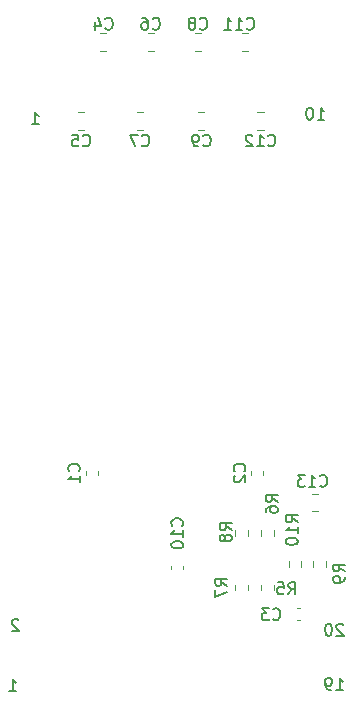
<source format=gbr>
%TF.GenerationSoftware,KiCad,Pcbnew,7.0.9*%
%TF.CreationDate,2024-02-15T22:31:25-05:00*%
%TF.ProjectId,pbm_driver4,70626d5f-6472-4697-9665-72342e6b6963,rev?*%
%TF.SameCoordinates,PX2625a0PY53ec60*%
%TF.FileFunction,Legend,Bot*%
%TF.FilePolarity,Positive*%
%FSLAX46Y46*%
G04 Gerber Fmt 4.6, Leading zero omitted, Abs format (unit mm)*
G04 Created by KiCad (PCBNEW 7.0.9) date 2024-02-15 22:31:25*
%MOMM*%
%LPD*%
G01*
G04 APERTURE LIST*
%ADD10C,0.150000*%
%ADD11C,0.120000*%
G04 APERTURE END LIST*
D10*
X27139411Y56430180D02*
X27710839Y56430180D01*
X27425125Y56430180D02*
X27425125Y57430180D01*
X27425125Y57430180D02*
X27520363Y57287323D01*
X27520363Y57287323D02*
X27615601Y57192085D01*
X27615601Y57192085D02*
X27710839Y57144466D01*
X26520363Y57430180D02*
X26425125Y57430180D01*
X26425125Y57430180D02*
X26329887Y57382561D01*
X26329887Y57382561D02*
X26282268Y57334942D01*
X26282268Y57334942D02*
X26234649Y57239704D01*
X26234649Y57239704D02*
X26187030Y57049228D01*
X26187030Y57049228D02*
X26187030Y56811133D01*
X26187030Y56811133D02*
X26234649Y56620657D01*
X26234649Y56620657D02*
X26282268Y56525419D01*
X26282268Y56525419D02*
X26329887Y56477800D01*
X26329887Y56477800D02*
X26425125Y56430180D01*
X26425125Y56430180D02*
X26520363Y56430180D01*
X26520363Y56430180D02*
X26615601Y56477800D01*
X26615601Y56477800D02*
X26663220Y56525419D01*
X26663220Y56525419D02*
X26710839Y56620657D01*
X26710839Y56620657D02*
X26758458Y56811133D01*
X26758458Y56811133D02*
X26758458Y57049228D01*
X26758458Y57049228D02*
X26710839Y57239704D01*
X26710839Y57239704D02*
X26663220Y57334942D01*
X26663220Y57334942D02*
X26615601Y57382561D01*
X26615601Y57382561D02*
X26520363Y57430180D01*
X2939411Y56030180D02*
X3510839Y56030180D01*
X3225125Y56030180D02*
X3225125Y57030180D01*
X3225125Y57030180D02*
X3320363Y56887323D01*
X3320363Y56887323D02*
X3415601Y56792085D01*
X3415601Y56792085D02*
X3510839Y56744466D01*
X29310839Y13634942D02*
X29263220Y13682561D01*
X29263220Y13682561D02*
X29167982Y13730180D01*
X29167982Y13730180D02*
X28929887Y13730180D01*
X28929887Y13730180D02*
X28834649Y13682561D01*
X28834649Y13682561D02*
X28787030Y13634942D01*
X28787030Y13634942D02*
X28739411Y13539704D01*
X28739411Y13539704D02*
X28739411Y13444466D01*
X28739411Y13444466D02*
X28787030Y13301609D01*
X28787030Y13301609D02*
X29358458Y12730180D01*
X29358458Y12730180D02*
X28739411Y12730180D01*
X28120363Y13730180D02*
X28025125Y13730180D01*
X28025125Y13730180D02*
X27929887Y13682561D01*
X27929887Y13682561D02*
X27882268Y13634942D01*
X27882268Y13634942D02*
X27834649Y13539704D01*
X27834649Y13539704D02*
X27787030Y13349228D01*
X27787030Y13349228D02*
X27787030Y13111133D01*
X27787030Y13111133D02*
X27834649Y12920657D01*
X27834649Y12920657D02*
X27882268Y12825419D01*
X27882268Y12825419D02*
X27929887Y12777800D01*
X27929887Y12777800D02*
X28025125Y12730180D01*
X28025125Y12730180D02*
X28120363Y12730180D01*
X28120363Y12730180D02*
X28215601Y12777800D01*
X28215601Y12777800D02*
X28263220Y12825419D01*
X28263220Y12825419D02*
X28310839Y12920657D01*
X28310839Y12920657D02*
X28358458Y13111133D01*
X28358458Y13111133D02*
X28358458Y13349228D01*
X28358458Y13349228D02*
X28310839Y13539704D01*
X28310839Y13539704D02*
X28263220Y13634942D01*
X28263220Y13634942D02*
X28215601Y13682561D01*
X28215601Y13682561D02*
X28120363Y13730180D01*
X28739411Y8130180D02*
X29310839Y8130180D01*
X29025125Y8130180D02*
X29025125Y9130180D01*
X29025125Y9130180D02*
X29120363Y8987323D01*
X29120363Y8987323D02*
X29215601Y8892085D01*
X29215601Y8892085D02*
X29310839Y8844466D01*
X28263220Y8130180D02*
X28072744Y8130180D01*
X28072744Y8130180D02*
X27977506Y8177800D01*
X27977506Y8177800D02*
X27929887Y8225419D01*
X27929887Y8225419D02*
X27834649Y8368276D01*
X27834649Y8368276D02*
X27787030Y8558752D01*
X27787030Y8558752D02*
X27787030Y8939704D01*
X27787030Y8939704D02*
X27834649Y9034942D01*
X27834649Y9034942D02*
X27882268Y9082561D01*
X27882268Y9082561D02*
X27977506Y9130180D01*
X27977506Y9130180D02*
X28167982Y9130180D01*
X28167982Y9130180D02*
X28263220Y9082561D01*
X28263220Y9082561D02*
X28310839Y9034942D01*
X28310839Y9034942D02*
X28358458Y8939704D01*
X28358458Y8939704D02*
X28358458Y8701609D01*
X28358458Y8701609D02*
X28310839Y8606371D01*
X28310839Y8606371D02*
X28263220Y8558752D01*
X28263220Y8558752D02*
X28167982Y8511133D01*
X28167982Y8511133D02*
X27977506Y8511133D01*
X27977506Y8511133D02*
X27882268Y8558752D01*
X27882268Y8558752D02*
X27834649Y8606371D01*
X27834649Y8606371D02*
X27787030Y8701609D01*
X1810839Y14034942D02*
X1763220Y14082561D01*
X1763220Y14082561D02*
X1667982Y14130180D01*
X1667982Y14130180D02*
X1429887Y14130180D01*
X1429887Y14130180D02*
X1334649Y14082561D01*
X1334649Y14082561D02*
X1287030Y14034942D01*
X1287030Y14034942D02*
X1239411Y13939704D01*
X1239411Y13939704D02*
X1239411Y13844466D01*
X1239411Y13844466D02*
X1287030Y13701609D01*
X1287030Y13701609D02*
X1858458Y13130180D01*
X1858458Y13130180D02*
X1239411Y13130180D01*
X1039411Y8030180D02*
X1610839Y8030180D01*
X1325125Y8030180D02*
X1325125Y9030180D01*
X1325125Y9030180D02*
X1420363Y8887323D01*
X1420363Y8887323D02*
X1515601Y8792085D01*
X1515601Y8792085D02*
X1610839Y8744466D01*
X25454819Y22342857D02*
X24978628Y22676190D01*
X25454819Y22914285D02*
X24454819Y22914285D01*
X24454819Y22914285D02*
X24454819Y22533333D01*
X24454819Y22533333D02*
X24502438Y22438095D01*
X24502438Y22438095D02*
X24550057Y22390476D01*
X24550057Y22390476D02*
X24645295Y22342857D01*
X24645295Y22342857D02*
X24788152Y22342857D01*
X24788152Y22342857D02*
X24883390Y22390476D01*
X24883390Y22390476D02*
X24931009Y22438095D01*
X24931009Y22438095D02*
X24978628Y22533333D01*
X24978628Y22533333D02*
X24978628Y22914285D01*
X25454819Y21390476D02*
X25454819Y21961904D01*
X25454819Y21676190D02*
X24454819Y21676190D01*
X24454819Y21676190D02*
X24597676Y21771428D01*
X24597676Y21771428D02*
X24692914Y21866666D01*
X24692914Y21866666D02*
X24740533Y21961904D01*
X24454819Y20771428D02*
X24454819Y20676190D01*
X24454819Y20676190D02*
X24502438Y20580952D01*
X24502438Y20580952D02*
X24550057Y20533333D01*
X24550057Y20533333D02*
X24645295Y20485714D01*
X24645295Y20485714D02*
X24835771Y20438095D01*
X24835771Y20438095D02*
X25073866Y20438095D01*
X25073866Y20438095D02*
X25264342Y20485714D01*
X25264342Y20485714D02*
X25359580Y20533333D01*
X25359580Y20533333D02*
X25407200Y20580952D01*
X25407200Y20580952D02*
X25454819Y20676190D01*
X25454819Y20676190D02*
X25454819Y20771428D01*
X25454819Y20771428D02*
X25407200Y20866666D01*
X25407200Y20866666D02*
X25359580Y20914285D01*
X25359580Y20914285D02*
X25264342Y20961904D01*
X25264342Y20961904D02*
X25073866Y21009523D01*
X25073866Y21009523D02*
X24835771Y21009523D01*
X24835771Y21009523D02*
X24645295Y20961904D01*
X24645295Y20961904D02*
X24550057Y20914285D01*
X24550057Y20914285D02*
X24502438Y20866666D01*
X24502438Y20866666D02*
X24454819Y20771428D01*
X29454819Y18166666D02*
X28978628Y18499999D01*
X29454819Y18738094D02*
X28454819Y18738094D01*
X28454819Y18738094D02*
X28454819Y18357142D01*
X28454819Y18357142D02*
X28502438Y18261904D01*
X28502438Y18261904D02*
X28550057Y18214285D01*
X28550057Y18214285D02*
X28645295Y18166666D01*
X28645295Y18166666D02*
X28788152Y18166666D01*
X28788152Y18166666D02*
X28883390Y18214285D01*
X28883390Y18214285D02*
X28931009Y18261904D01*
X28931009Y18261904D02*
X28978628Y18357142D01*
X28978628Y18357142D02*
X28978628Y18738094D01*
X29454819Y17690475D02*
X29454819Y17499999D01*
X29454819Y17499999D02*
X29407200Y17404761D01*
X29407200Y17404761D02*
X29359580Y17357142D01*
X29359580Y17357142D02*
X29216723Y17261904D01*
X29216723Y17261904D02*
X29026247Y17214285D01*
X29026247Y17214285D02*
X28645295Y17214285D01*
X28645295Y17214285D02*
X28550057Y17261904D01*
X28550057Y17261904D02*
X28502438Y17309523D01*
X28502438Y17309523D02*
X28454819Y17404761D01*
X28454819Y17404761D02*
X28454819Y17595237D01*
X28454819Y17595237D02*
X28502438Y17690475D01*
X28502438Y17690475D02*
X28550057Y17738094D01*
X28550057Y17738094D02*
X28645295Y17785713D01*
X28645295Y17785713D02*
X28883390Y17785713D01*
X28883390Y17785713D02*
X28978628Y17738094D01*
X28978628Y17738094D02*
X29026247Y17690475D01*
X29026247Y17690475D02*
X29073866Y17595237D01*
X29073866Y17595237D02*
X29073866Y17404761D01*
X29073866Y17404761D02*
X29026247Y17309523D01*
X29026247Y17309523D02*
X28978628Y17261904D01*
X28978628Y17261904D02*
X28883390Y17214285D01*
X19854819Y21666666D02*
X19378628Y21999999D01*
X19854819Y22238094D02*
X18854819Y22238094D01*
X18854819Y22238094D02*
X18854819Y21857142D01*
X18854819Y21857142D02*
X18902438Y21761904D01*
X18902438Y21761904D02*
X18950057Y21714285D01*
X18950057Y21714285D02*
X19045295Y21666666D01*
X19045295Y21666666D02*
X19188152Y21666666D01*
X19188152Y21666666D02*
X19283390Y21714285D01*
X19283390Y21714285D02*
X19331009Y21761904D01*
X19331009Y21761904D02*
X19378628Y21857142D01*
X19378628Y21857142D02*
X19378628Y22238094D01*
X19283390Y21095237D02*
X19235771Y21190475D01*
X19235771Y21190475D02*
X19188152Y21238094D01*
X19188152Y21238094D02*
X19092914Y21285713D01*
X19092914Y21285713D02*
X19045295Y21285713D01*
X19045295Y21285713D02*
X18950057Y21238094D01*
X18950057Y21238094D02*
X18902438Y21190475D01*
X18902438Y21190475D02*
X18854819Y21095237D01*
X18854819Y21095237D02*
X18854819Y20904761D01*
X18854819Y20904761D02*
X18902438Y20809523D01*
X18902438Y20809523D02*
X18950057Y20761904D01*
X18950057Y20761904D02*
X19045295Y20714285D01*
X19045295Y20714285D02*
X19092914Y20714285D01*
X19092914Y20714285D02*
X19188152Y20761904D01*
X19188152Y20761904D02*
X19235771Y20809523D01*
X19235771Y20809523D02*
X19283390Y20904761D01*
X19283390Y20904761D02*
X19283390Y21095237D01*
X19283390Y21095237D02*
X19331009Y21190475D01*
X19331009Y21190475D02*
X19378628Y21238094D01*
X19378628Y21238094D02*
X19473866Y21285713D01*
X19473866Y21285713D02*
X19664342Y21285713D01*
X19664342Y21285713D02*
X19759580Y21238094D01*
X19759580Y21238094D02*
X19807200Y21190475D01*
X19807200Y21190475D02*
X19854819Y21095237D01*
X19854819Y21095237D02*
X19854819Y20904761D01*
X19854819Y20904761D02*
X19807200Y20809523D01*
X19807200Y20809523D02*
X19759580Y20761904D01*
X19759580Y20761904D02*
X19664342Y20714285D01*
X19664342Y20714285D02*
X19473866Y20714285D01*
X19473866Y20714285D02*
X19378628Y20761904D01*
X19378628Y20761904D02*
X19331009Y20809523D01*
X19331009Y20809523D02*
X19283390Y20904761D01*
X19454819Y16966666D02*
X18978628Y17299999D01*
X19454819Y17538094D02*
X18454819Y17538094D01*
X18454819Y17538094D02*
X18454819Y17157142D01*
X18454819Y17157142D02*
X18502438Y17061904D01*
X18502438Y17061904D02*
X18550057Y17014285D01*
X18550057Y17014285D02*
X18645295Y16966666D01*
X18645295Y16966666D02*
X18788152Y16966666D01*
X18788152Y16966666D02*
X18883390Y17014285D01*
X18883390Y17014285D02*
X18931009Y17061904D01*
X18931009Y17061904D02*
X18978628Y17157142D01*
X18978628Y17157142D02*
X18978628Y17538094D01*
X18454819Y16633332D02*
X18454819Y15966666D01*
X18454819Y15966666D02*
X19454819Y16395237D01*
X23754819Y24066666D02*
X23278628Y24399999D01*
X23754819Y24638094D02*
X22754819Y24638094D01*
X22754819Y24638094D02*
X22754819Y24257142D01*
X22754819Y24257142D02*
X22802438Y24161904D01*
X22802438Y24161904D02*
X22850057Y24114285D01*
X22850057Y24114285D02*
X22945295Y24066666D01*
X22945295Y24066666D02*
X23088152Y24066666D01*
X23088152Y24066666D02*
X23183390Y24114285D01*
X23183390Y24114285D02*
X23231009Y24161904D01*
X23231009Y24161904D02*
X23278628Y24257142D01*
X23278628Y24257142D02*
X23278628Y24638094D01*
X22754819Y23209523D02*
X22754819Y23399999D01*
X22754819Y23399999D02*
X22802438Y23495237D01*
X22802438Y23495237D02*
X22850057Y23542856D01*
X22850057Y23542856D02*
X22992914Y23638094D01*
X22992914Y23638094D02*
X23183390Y23685713D01*
X23183390Y23685713D02*
X23564342Y23685713D01*
X23564342Y23685713D02*
X23659580Y23638094D01*
X23659580Y23638094D02*
X23707200Y23590475D01*
X23707200Y23590475D02*
X23754819Y23495237D01*
X23754819Y23495237D02*
X23754819Y23304761D01*
X23754819Y23304761D02*
X23707200Y23209523D01*
X23707200Y23209523D02*
X23659580Y23161904D01*
X23659580Y23161904D02*
X23564342Y23114285D01*
X23564342Y23114285D02*
X23326247Y23114285D01*
X23326247Y23114285D02*
X23231009Y23161904D01*
X23231009Y23161904D02*
X23183390Y23209523D01*
X23183390Y23209523D02*
X23135771Y23304761D01*
X23135771Y23304761D02*
X23135771Y23495237D01*
X23135771Y23495237D02*
X23183390Y23590475D01*
X23183390Y23590475D02*
X23231009Y23638094D01*
X23231009Y23638094D02*
X23326247Y23685713D01*
X24666666Y16245180D02*
X24999999Y16721371D01*
X25238094Y16245180D02*
X25238094Y17245180D01*
X25238094Y17245180D02*
X24857142Y17245180D01*
X24857142Y17245180D02*
X24761904Y17197561D01*
X24761904Y17197561D02*
X24714285Y17149942D01*
X24714285Y17149942D02*
X24666666Y17054704D01*
X24666666Y17054704D02*
X24666666Y16911847D01*
X24666666Y16911847D02*
X24714285Y16816609D01*
X24714285Y16816609D02*
X24761904Y16768990D01*
X24761904Y16768990D02*
X24857142Y16721371D01*
X24857142Y16721371D02*
X25238094Y16721371D01*
X23761904Y17245180D02*
X24238094Y17245180D01*
X24238094Y17245180D02*
X24285713Y16768990D01*
X24285713Y16768990D02*
X24238094Y16816609D01*
X24238094Y16816609D02*
X24142856Y16864228D01*
X24142856Y16864228D02*
X23904761Y16864228D01*
X23904761Y16864228D02*
X23809523Y16816609D01*
X23809523Y16816609D02*
X23761904Y16768990D01*
X23761904Y16768990D02*
X23714285Y16673752D01*
X23714285Y16673752D02*
X23714285Y16435657D01*
X23714285Y16435657D02*
X23761904Y16340419D01*
X23761904Y16340419D02*
X23809523Y16292800D01*
X23809523Y16292800D02*
X23904761Y16245180D01*
X23904761Y16245180D02*
X24142856Y16245180D01*
X24142856Y16245180D02*
X24238094Y16292800D01*
X24238094Y16292800D02*
X24285713Y16340419D01*
X27342857Y25440419D02*
X27390476Y25392800D01*
X27390476Y25392800D02*
X27533333Y25345180D01*
X27533333Y25345180D02*
X27628571Y25345180D01*
X27628571Y25345180D02*
X27771428Y25392800D01*
X27771428Y25392800D02*
X27866666Y25488038D01*
X27866666Y25488038D02*
X27914285Y25583276D01*
X27914285Y25583276D02*
X27961904Y25773752D01*
X27961904Y25773752D02*
X27961904Y25916609D01*
X27961904Y25916609D02*
X27914285Y26107085D01*
X27914285Y26107085D02*
X27866666Y26202323D01*
X27866666Y26202323D02*
X27771428Y26297561D01*
X27771428Y26297561D02*
X27628571Y26345180D01*
X27628571Y26345180D02*
X27533333Y26345180D01*
X27533333Y26345180D02*
X27390476Y26297561D01*
X27390476Y26297561D02*
X27342857Y26249942D01*
X26390476Y25345180D02*
X26961904Y25345180D01*
X26676190Y25345180D02*
X26676190Y26345180D01*
X26676190Y26345180D02*
X26771428Y26202323D01*
X26771428Y26202323D02*
X26866666Y26107085D01*
X26866666Y26107085D02*
X26961904Y26059466D01*
X26057142Y26345180D02*
X25438095Y26345180D01*
X25438095Y26345180D02*
X25771428Y25964228D01*
X25771428Y25964228D02*
X25628571Y25964228D01*
X25628571Y25964228D02*
X25533333Y25916609D01*
X25533333Y25916609D02*
X25485714Y25868990D01*
X25485714Y25868990D02*
X25438095Y25773752D01*
X25438095Y25773752D02*
X25438095Y25535657D01*
X25438095Y25535657D02*
X25485714Y25440419D01*
X25485714Y25440419D02*
X25533333Y25392800D01*
X25533333Y25392800D02*
X25628571Y25345180D01*
X25628571Y25345180D02*
X25914285Y25345180D01*
X25914285Y25345180D02*
X26009523Y25392800D01*
X26009523Y25392800D02*
X26057142Y25440419D01*
X22942857Y54260419D02*
X22990476Y54212800D01*
X22990476Y54212800D02*
X23133333Y54165180D01*
X23133333Y54165180D02*
X23228571Y54165180D01*
X23228571Y54165180D02*
X23371428Y54212800D01*
X23371428Y54212800D02*
X23466666Y54308038D01*
X23466666Y54308038D02*
X23514285Y54403276D01*
X23514285Y54403276D02*
X23561904Y54593752D01*
X23561904Y54593752D02*
X23561904Y54736609D01*
X23561904Y54736609D02*
X23514285Y54927085D01*
X23514285Y54927085D02*
X23466666Y55022323D01*
X23466666Y55022323D02*
X23371428Y55117561D01*
X23371428Y55117561D02*
X23228571Y55165180D01*
X23228571Y55165180D02*
X23133333Y55165180D01*
X23133333Y55165180D02*
X22990476Y55117561D01*
X22990476Y55117561D02*
X22942857Y55069942D01*
X21990476Y54165180D02*
X22561904Y54165180D01*
X22276190Y54165180D02*
X22276190Y55165180D01*
X22276190Y55165180D02*
X22371428Y55022323D01*
X22371428Y55022323D02*
X22466666Y54927085D01*
X22466666Y54927085D02*
X22561904Y54879466D01*
X21609523Y55069942D02*
X21561904Y55117561D01*
X21561904Y55117561D02*
X21466666Y55165180D01*
X21466666Y55165180D02*
X21228571Y55165180D01*
X21228571Y55165180D02*
X21133333Y55117561D01*
X21133333Y55117561D02*
X21085714Y55069942D01*
X21085714Y55069942D02*
X21038095Y54974704D01*
X21038095Y54974704D02*
X21038095Y54879466D01*
X21038095Y54879466D02*
X21085714Y54736609D01*
X21085714Y54736609D02*
X21657142Y54165180D01*
X21657142Y54165180D02*
X21038095Y54165180D01*
X21142857Y64140419D02*
X21190476Y64092800D01*
X21190476Y64092800D02*
X21333333Y64045180D01*
X21333333Y64045180D02*
X21428571Y64045180D01*
X21428571Y64045180D02*
X21571428Y64092800D01*
X21571428Y64092800D02*
X21666666Y64188038D01*
X21666666Y64188038D02*
X21714285Y64283276D01*
X21714285Y64283276D02*
X21761904Y64473752D01*
X21761904Y64473752D02*
X21761904Y64616609D01*
X21761904Y64616609D02*
X21714285Y64807085D01*
X21714285Y64807085D02*
X21666666Y64902323D01*
X21666666Y64902323D02*
X21571428Y64997561D01*
X21571428Y64997561D02*
X21428571Y65045180D01*
X21428571Y65045180D02*
X21333333Y65045180D01*
X21333333Y65045180D02*
X21190476Y64997561D01*
X21190476Y64997561D02*
X21142857Y64949942D01*
X20190476Y64045180D02*
X20761904Y64045180D01*
X20476190Y64045180D02*
X20476190Y65045180D01*
X20476190Y65045180D02*
X20571428Y64902323D01*
X20571428Y64902323D02*
X20666666Y64807085D01*
X20666666Y64807085D02*
X20761904Y64759466D01*
X19238095Y64045180D02*
X19809523Y64045180D01*
X19523809Y64045180D02*
X19523809Y65045180D01*
X19523809Y65045180D02*
X19619047Y64902323D01*
X19619047Y64902323D02*
X19714285Y64807085D01*
X19714285Y64807085D02*
X19809523Y64759466D01*
X15659580Y22042857D02*
X15707200Y22090476D01*
X15707200Y22090476D02*
X15754819Y22233333D01*
X15754819Y22233333D02*
X15754819Y22328571D01*
X15754819Y22328571D02*
X15707200Y22471428D01*
X15707200Y22471428D02*
X15611961Y22566666D01*
X15611961Y22566666D02*
X15516723Y22614285D01*
X15516723Y22614285D02*
X15326247Y22661904D01*
X15326247Y22661904D02*
X15183390Y22661904D01*
X15183390Y22661904D02*
X14992914Y22614285D01*
X14992914Y22614285D02*
X14897676Y22566666D01*
X14897676Y22566666D02*
X14802438Y22471428D01*
X14802438Y22471428D02*
X14754819Y22328571D01*
X14754819Y22328571D02*
X14754819Y22233333D01*
X14754819Y22233333D02*
X14802438Y22090476D01*
X14802438Y22090476D02*
X14850057Y22042857D01*
X15754819Y21090476D02*
X15754819Y21661904D01*
X15754819Y21376190D02*
X14754819Y21376190D01*
X14754819Y21376190D02*
X14897676Y21471428D01*
X14897676Y21471428D02*
X14992914Y21566666D01*
X14992914Y21566666D02*
X15040533Y21661904D01*
X14754819Y20471428D02*
X14754819Y20376190D01*
X14754819Y20376190D02*
X14802438Y20280952D01*
X14802438Y20280952D02*
X14850057Y20233333D01*
X14850057Y20233333D02*
X14945295Y20185714D01*
X14945295Y20185714D02*
X15135771Y20138095D01*
X15135771Y20138095D02*
X15373866Y20138095D01*
X15373866Y20138095D02*
X15564342Y20185714D01*
X15564342Y20185714D02*
X15659580Y20233333D01*
X15659580Y20233333D02*
X15707200Y20280952D01*
X15707200Y20280952D02*
X15754819Y20376190D01*
X15754819Y20376190D02*
X15754819Y20471428D01*
X15754819Y20471428D02*
X15707200Y20566666D01*
X15707200Y20566666D02*
X15659580Y20614285D01*
X15659580Y20614285D02*
X15564342Y20661904D01*
X15564342Y20661904D02*
X15373866Y20709523D01*
X15373866Y20709523D02*
X15135771Y20709523D01*
X15135771Y20709523D02*
X14945295Y20661904D01*
X14945295Y20661904D02*
X14850057Y20614285D01*
X14850057Y20614285D02*
X14802438Y20566666D01*
X14802438Y20566666D02*
X14754819Y20471428D01*
X17466666Y54260419D02*
X17514285Y54212800D01*
X17514285Y54212800D02*
X17657142Y54165180D01*
X17657142Y54165180D02*
X17752380Y54165180D01*
X17752380Y54165180D02*
X17895237Y54212800D01*
X17895237Y54212800D02*
X17990475Y54308038D01*
X17990475Y54308038D02*
X18038094Y54403276D01*
X18038094Y54403276D02*
X18085713Y54593752D01*
X18085713Y54593752D02*
X18085713Y54736609D01*
X18085713Y54736609D02*
X18038094Y54927085D01*
X18038094Y54927085D02*
X17990475Y55022323D01*
X17990475Y55022323D02*
X17895237Y55117561D01*
X17895237Y55117561D02*
X17752380Y55165180D01*
X17752380Y55165180D02*
X17657142Y55165180D01*
X17657142Y55165180D02*
X17514285Y55117561D01*
X17514285Y55117561D02*
X17466666Y55069942D01*
X16990475Y54165180D02*
X16799999Y54165180D01*
X16799999Y54165180D02*
X16704761Y54212800D01*
X16704761Y54212800D02*
X16657142Y54260419D01*
X16657142Y54260419D02*
X16561904Y54403276D01*
X16561904Y54403276D02*
X16514285Y54593752D01*
X16514285Y54593752D02*
X16514285Y54974704D01*
X16514285Y54974704D02*
X16561904Y55069942D01*
X16561904Y55069942D02*
X16609523Y55117561D01*
X16609523Y55117561D02*
X16704761Y55165180D01*
X16704761Y55165180D02*
X16895237Y55165180D01*
X16895237Y55165180D02*
X16990475Y55117561D01*
X16990475Y55117561D02*
X17038094Y55069942D01*
X17038094Y55069942D02*
X17085713Y54974704D01*
X17085713Y54974704D02*
X17085713Y54736609D01*
X17085713Y54736609D02*
X17038094Y54641371D01*
X17038094Y54641371D02*
X16990475Y54593752D01*
X16990475Y54593752D02*
X16895237Y54546133D01*
X16895237Y54546133D02*
X16704761Y54546133D01*
X16704761Y54546133D02*
X16609523Y54593752D01*
X16609523Y54593752D02*
X16561904Y54641371D01*
X16561904Y54641371D02*
X16514285Y54736609D01*
X17166666Y64140419D02*
X17214285Y64092800D01*
X17214285Y64092800D02*
X17357142Y64045180D01*
X17357142Y64045180D02*
X17452380Y64045180D01*
X17452380Y64045180D02*
X17595237Y64092800D01*
X17595237Y64092800D02*
X17690475Y64188038D01*
X17690475Y64188038D02*
X17738094Y64283276D01*
X17738094Y64283276D02*
X17785713Y64473752D01*
X17785713Y64473752D02*
X17785713Y64616609D01*
X17785713Y64616609D02*
X17738094Y64807085D01*
X17738094Y64807085D02*
X17690475Y64902323D01*
X17690475Y64902323D02*
X17595237Y64997561D01*
X17595237Y64997561D02*
X17452380Y65045180D01*
X17452380Y65045180D02*
X17357142Y65045180D01*
X17357142Y65045180D02*
X17214285Y64997561D01*
X17214285Y64997561D02*
X17166666Y64949942D01*
X16595237Y64616609D02*
X16690475Y64664228D01*
X16690475Y64664228D02*
X16738094Y64711847D01*
X16738094Y64711847D02*
X16785713Y64807085D01*
X16785713Y64807085D02*
X16785713Y64854704D01*
X16785713Y64854704D02*
X16738094Y64949942D01*
X16738094Y64949942D02*
X16690475Y64997561D01*
X16690475Y64997561D02*
X16595237Y65045180D01*
X16595237Y65045180D02*
X16404761Y65045180D01*
X16404761Y65045180D02*
X16309523Y64997561D01*
X16309523Y64997561D02*
X16261904Y64949942D01*
X16261904Y64949942D02*
X16214285Y64854704D01*
X16214285Y64854704D02*
X16214285Y64807085D01*
X16214285Y64807085D02*
X16261904Y64711847D01*
X16261904Y64711847D02*
X16309523Y64664228D01*
X16309523Y64664228D02*
X16404761Y64616609D01*
X16404761Y64616609D02*
X16595237Y64616609D01*
X16595237Y64616609D02*
X16690475Y64568990D01*
X16690475Y64568990D02*
X16738094Y64521371D01*
X16738094Y64521371D02*
X16785713Y64426133D01*
X16785713Y64426133D02*
X16785713Y64235657D01*
X16785713Y64235657D02*
X16738094Y64140419D01*
X16738094Y64140419D02*
X16690475Y64092800D01*
X16690475Y64092800D02*
X16595237Y64045180D01*
X16595237Y64045180D02*
X16404761Y64045180D01*
X16404761Y64045180D02*
X16309523Y64092800D01*
X16309523Y64092800D02*
X16261904Y64140419D01*
X16261904Y64140419D02*
X16214285Y64235657D01*
X16214285Y64235657D02*
X16214285Y64426133D01*
X16214285Y64426133D02*
X16261904Y64521371D01*
X16261904Y64521371D02*
X16309523Y64568990D01*
X16309523Y64568990D02*
X16404761Y64616609D01*
X12266666Y54260419D02*
X12314285Y54212800D01*
X12314285Y54212800D02*
X12457142Y54165180D01*
X12457142Y54165180D02*
X12552380Y54165180D01*
X12552380Y54165180D02*
X12695237Y54212800D01*
X12695237Y54212800D02*
X12790475Y54308038D01*
X12790475Y54308038D02*
X12838094Y54403276D01*
X12838094Y54403276D02*
X12885713Y54593752D01*
X12885713Y54593752D02*
X12885713Y54736609D01*
X12885713Y54736609D02*
X12838094Y54927085D01*
X12838094Y54927085D02*
X12790475Y55022323D01*
X12790475Y55022323D02*
X12695237Y55117561D01*
X12695237Y55117561D02*
X12552380Y55165180D01*
X12552380Y55165180D02*
X12457142Y55165180D01*
X12457142Y55165180D02*
X12314285Y55117561D01*
X12314285Y55117561D02*
X12266666Y55069942D01*
X11933332Y55165180D02*
X11266666Y55165180D01*
X11266666Y55165180D02*
X11695237Y54165180D01*
X13166666Y64140419D02*
X13214285Y64092800D01*
X13214285Y64092800D02*
X13357142Y64045180D01*
X13357142Y64045180D02*
X13452380Y64045180D01*
X13452380Y64045180D02*
X13595237Y64092800D01*
X13595237Y64092800D02*
X13690475Y64188038D01*
X13690475Y64188038D02*
X13738094Y64283276D01*
X13738094Y64283276D02*
X13785713Y64473752D01*
X13785713Y64473752D02*
X13785713Y64616609D01*
X13785713Y64616609D02*
X13738094Y64807085D01*
X13738094Y64807085D02*
X13690475Y64902323D01*
X13690475Y64902323D02*
X13595237Y64997561D01*
X13595237Y64997561D02*
X13452380Y65045180D01*
X13452380Y65045180D02*
X13357142Y65045180D01*
X13357142Y65045180D02*
X13214285Y64997561D01*
X13214285Y64997561D02*
X13166666Y64949942D01*
X12309523Y65045180D02*
X12499999Y65045180D01*
X12499999Y65045180D02*
X12595237Y64997561D01*
X12595237Y64997561D02*
X12642856Y64949942D01*
X12642856Y64949942D02*
X12738094Y64807085D01*
X12738094Y64807085D02*
X12785713Y64616609D01*
X12785713Y64616609D02*
X12785713Y64235657D01*
X12785713Y64235657D02*
X12738094Y64140419D01*
X12738094Y64140419D02*
X12690475Y64092800D01*
X12690475Y64092800D02*
X12595237Y64045180D01*
X12595237Y64045180D02*
X12404761Y64045180D01*
X12404761Y64045180D02*
X12309523Y64092800D01*
X12309523Y64092800D02*
X12261904Y64140419D01*
X12261904Y64140419D02*
X12214285Y64235657D01*
X12214285Y64235657D02*
X12214285Y64473752D01*
X12214285Y64473752D02*
X12261904Y64568990D01*
X12261904Y64568990D02*
X12309523Y64616609D01*
X12309523Y64616609D02*
X12404761Y64664228D01*
X12404761Y64664228D02*
X12595237Y64664228D01*
X12595237Y64664228D02*
X12690475Y64616609D01*
X12690475Y64616609D02*
X12738094Y64568990D01*
X12738094Y64568990D02*
X12785713Y64473752D01*
X7266666Y54260419D02*
X7314285Y54212800D01*
X7314285Y54212800D02*
X7457142Y54165180D01*
X7457142Y54165180D02*
X7552380Y54165180D01*
X7552380Y54165180D02*
X7695237Y54212800D01*
X7695237Y54212800D02*
X7790475Y54308038D01*
X7790475Y54308038D02*
X7838094Y54403276D01*
X7838094Y54403276D02*
X7885713Y54593752D01*
X7885713Y54593752D02*
X7885713Y54736609D01*
X7885713Y54736609D02*
X7838094Y54927085D01*
X7838094Y54927085D02*
X7790475Y55022323D01*
X7790475Y55022323D02*
X7695237Y55117561D01*
X7695237Y55117561D02*
X7552380Y55165180D01*
X7552380Y55165180D02*
X7457142Y55165180D01*
X7457142Y55165180D02*
X7314285Y55117561D01*
X7314285Y55117561D02*
X7266666Y55069942D01*
X6361904Y55165180D02*
X6838094Y55165180D01*
X6838094Y55165180D02*
X6885713Y54688990D01*
X6885713Y54688990D02*
X6838094Y54736609D01*
X6838094Y54736609D02*
X6742856Y54784228D01*
X6742856Y54784228D02*
X6504761Y54784228D01*
X6504761Y54784228D02*
X6409523Y54736609D01*
X6409523Y54736609D02*
X6361904Y54688990D01*
X6361904Y54688990D02*
X6314285Y54593752D01*
X6314285Y54593752D02*
X6314285Y54355657D01*
X6314285Y54355657D02*
X6361904Y54260419D01*
X6361904Y54260419D02*
X6409523Y54212800D01*
X6409523Y54212800D02*
X6504761Y54165180D01*
X6504761Y54165180D02*
X6742856Y54165180D01*
X6742856Y54165180D02*
X6838094Y54212800D01*
X6838094Y54212800D02*
X6885713Y54260419D01*
X9166666Y64140419D02*
X9214285Y64092800D01*
X9214285Y64092800D02*
X9357142Y64045180D01*
X9357142Y64045180D02*
X9452380Y64045180D01*
X9452380Y64045180D02*
X9595237Y64092800D01*
X9595237Y64092800D02*
X9690475Y64188038D01*
X9690475Y64188038D02*
X9738094Y64283276D01*
X9738094Y64283276D02*
X9785713Y64473752D01*
X9785713Y64473752D02*
X9785713Y64616609D01*
X9785713Y64616609D02*
X9738094Y64807085D01*
X9738094Y64807085D02*
X9690475Y64902323D01*
X9690475Y64902323D02*
X9595237Y64997561D01*
X9595237Y64997561D02*
X9452380Y65045180D01*
X9452380Y65045180D02*
X9357142Y65045180D01*
X9357142Y65045180D02*
X9214285Y64997561D01*
X9214285Y64997561D02*
X9166666Y64949942D01*
X8309523Y64711847D02*
X8309523Y64045180D01*
X8547618Y65092800D02*
X8785713Y64378514D01*
X8785713Y64378514D02*
X8166666Y64378514D01*
X23366666Y14140419D02*
X23414285Y14092800D01*
X23414285Y14092800D02*
X23557142Y14045180D01*
X23557142Y14045180D02*
X23652380Y14045180D01*
X23652380Y14045180D02*
X23795237Y14092800D01*
X23795237Y14092800D02*
X23890475Y14188038D01*
X23890475Y14188038D02*
X23938094Y14283276D01*
X23938094Y14283276D02*
X23985713Y14473752D01*
X23985713Y14473752D02*
X23985713Y14616609D01*
X23985713Y14616609D02*
X23938094Y14807085D01*
X23938094Y14807085D02*
X23890475Y14902323D01*
X23890475Y14902323D02*
X23795237Y14997561D01*
X23795237Y14997561D02*
X23652380Y15045180D01*
X23652380Y15045180D02*
X23557142Y15045180D01*
X23557142Y15045180D02*
X23414285Y14997561D01*
X23414285Y14997561D02*
X23366666Y14949942D01*
X23033332Y15045180D02*
X22414285Y15045180D01*
X22414285Y15045180D02*
X22747618Y14664228D01*
X22747618Y14664228D02*
X22604761Y14664228D01*
X22604761Y14664228D02*
X22509523Y14616609D01*
X22509523Y14616609D02*
X22461904Y14568990D01*
X22461904Y14568990D02*
X22414285Y14473752D01*
X22414285Y14473752D02*
X22414285Y14235657D01*
X22414285Y14235657D02*
X22461904Y14140419D01*
X22461904Y14140419D02*
X22509523Y14092800D01*
X22509523Y14092800D02*
X22604761Y14045180D01*
X22604761Y14045180D02*
X22890475Y14045180D01*
X22890475Y14045180D02*
X22985713Y14092800D01*
X22985713Y14092800D02*
X23033332Y14140419D01*
X20929580Y26666666D02*
X20977200Y26714285D01*
X20977200Y26714285D02*
X21024819Y26857142D01*
X21024819Y26857142D02*
X21024819Y26952380D01*
X21024819Y26952380D02*
X20977200Y27095237D01*
X20977200Y27095237D02*
X20881961Y27190475D01*
X20881961Y27190475D02*
X20786723Y27238094D01*
X20786723Y27238094D02*
X20596247Y27285713D01*
X20596247Y27285713D02*
X20453390Y27285713D01*
X20453390Y27285713D02*
X20262914Y27238094D01*
X20262914Y27238094D02*
X20167676Y27190475D01*
X20167676Y27190475D02*
X20072438Y27095237D01*
X20072438Y27095237D02*
X20024819Y26952380D01*
X20024819Y26952380D02*
X20024819Y26857142D01*
X20024819Y26857142D02*
X20072438Y26714285D01*
X20072438Y26714285D02*
X20120057Y26666666D01*
X20120057Y26285713D02*
X20072438Y26238094D01*
X20072438Y26238094D02*
X20024819Y26142856D01*
X20024819Y26142856D02*
X20024819Y25904761D01*
X20024819Y25904761D02*
X20072438Y25809523D01*
X20072438Y25809523D02*
X20120057Y25761904D01*
X20120057Y25761904D02*
X20215295Y25714285D01*
X20215295Y25714285D02*
X20310533Y25714285D01*
X20310533Y25714285D02*
X20453390Y25761904D01*
X20453390Y25761904D02*
X21024819Y26333332D01*
X21024819Y26333332D02*
X21024819Y25714285D01*
X6929580Y26666666D02*
X6977200Y26714285D01*
X6977200Y26714285D02*
X7024819Y26857142D01*
X7024819Y26857142D02*
X7024819Y26952380D01*
X7024819Y26952380D02*
X6977200Y27095237D01*
X6977200Y27095237D02*
X6881961Y27190475D01*
X6881961Y27190475D02*
X6786723Y27238094D01*
X6786723Y27238094D02*
X6596247Y27285713D01*
X6596247Y27285713D02*
X6453390Y27285713D01*
X6453390Y27285713D02*
X6262914Y27238094D01*
X6262914Y27238094D02*
X6167676Y27190475D01*
X6167676Y27190475D02*
X6072438Y27095237D01*
X6072438Y27095237D02*
X6024819Y26952380D01*
X6024819Y26952380D02*
X6024819Y26857142D01*
X6024819Y26857142D02*
X6072438Y26714285D01*
X6072438Y26714285D02*
X6120057Y26666666D01*
X7024819Y25714285D02*
X7024819Y26285713D01*
X7024819Y25999999D02*
X6024819Y25999999D01*
X6024819Y25999999D02*
X6167676Y26095237D01*
X6167676Y26095237D02*
X6262914Y26190475D01*
X6262914Y26190475D02*
X6310533Y26285713D01*
D11*
%TO.C,R10*%
X24677500Y19037258D02*
X24677500Y18562742D01*
X25722500Y19037258D02*
X25722500Y18562742D01*
%TO.C,R9*%
X26777500Y19037258D02*
X26777500Y18562742D01*
X27822500Y19037258D02*
X27822500Y18562742D01*
%TO.C,R8*%
X21222500Y21162742D02*
X21222500Y21637258D01*
X20177500Y21162742D02*
X20177500Y21637258D01*
%TO.C,R7*%
X21222500Y16562742D02*
X21222500Y17037258D01*
X20177500Y16562742D02*
X20177500Y17037258D01*
%TO.C,R6*%
X23422500Y21162742D02*
X23422500Y21637258D01*
X22377500Y21162742D02*
X22377500Y21637258D01*
%TO.C,R5*%
X23422500Y16562742D02*
X23422500Y17037258D01*
X22377500Y16562742D02*
X22377500Y17037258D01*
%TO.C,C13*%
X27161252Y24735000D02*
X26638748Y24735000D01*
X27161252Y23265000D02*
X26638748Y23265000D01*
%TO.C,C12*%
X22038748Y55565000D02*
X22561252Y55565000D01*
X22038748Y57035000D02*
X22561252Y57035000D01*
%TO.C,C11*%
X20738748Y62265000D02*
X21261252Y62265000D01*
X20738748Y63735000D02*
X21261252Y63735000D01*
%TO.C,C10*%
X14690000Y18640580D02*
X14690000Y18359420D01*
X15710000Y18640580D02*
X15710000Y18359420D01*
%TO.C,C9*%
X17038748Y55565000D02*
X17561252Y55565000D01*
X17038748Y57035000D02*
X17561252Y57035000D01*
%TO.C,C8*%
X16738748Y62265000D02*
X17261252Y62265000D01*
X16738748Y63735000D02*
X17261252Y63735000D01*
%TO.C,C7*%
X11838748Y55565000D02*
X12361252Y55565000D01*
X11838748Y57035000D02*
X12361252Y57035000D01*
%TO.C,C6*%
X12738748Y62265000D02*
X13261252Y62265000D01*
X12738748Y63735000D02*
X13261252Y63735000D01*
%TO.C,C5*%
X6838748Y55565000D02*
X7361252Y55565000D01*
X6838748Y57035000D02*
X7361252Y57035000D01*
%TO.C,C4*%
X8738748Y62265000D02*
X9261252Y62265000D01*
X8738748Y63735000D02*
X9261252Y63735000D01*
%TO.C,C3*%
X25640580Y15110000D02*
X25359420Y15110000D01*
X25640580Y14090000D02*
X25359420Y14090000D01*
%TO.C,C2*%
X21490000Y26640580D02*
X21490000Y26359420D01*
X22510000Y26640580D02*
X22510000Y26359420D01*
%TO.C,C1*%
X7490000Y26640580D02*
X7490000Y26359420D01*
X8510000Y26640580D02*
X8510000Y26359420D01*
%TD*%
M02*

</source>
